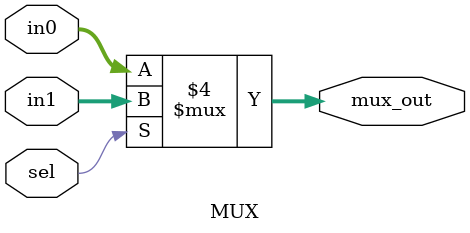
<source format=v>
module MUX
#(
parameter WIDTH=5
)
(
 input [WIDTH-1:0] in0,input [WIDTH-1:0] in1,input sel,output reg [WIDTH-1:0] mux_out);
always @(sel)
begin
if (sel==0)
	mux_out=in0;
else 
	mux_out=in1;
end 
endmodule

</source>
